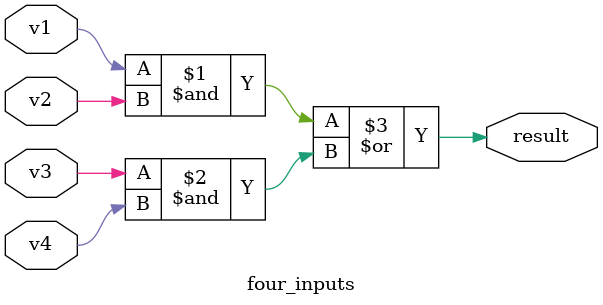
<source format=v>
module four_inputs (
    input wire v1,
    input wire v2,
    input wire v3,
    input wire v4,
    output wire result
);

// Logic: result = (v1 AND v2) OR (v3 AND v4)
assign result = (v1 & v2) | (v3 & v4);

endmodule
</source>
